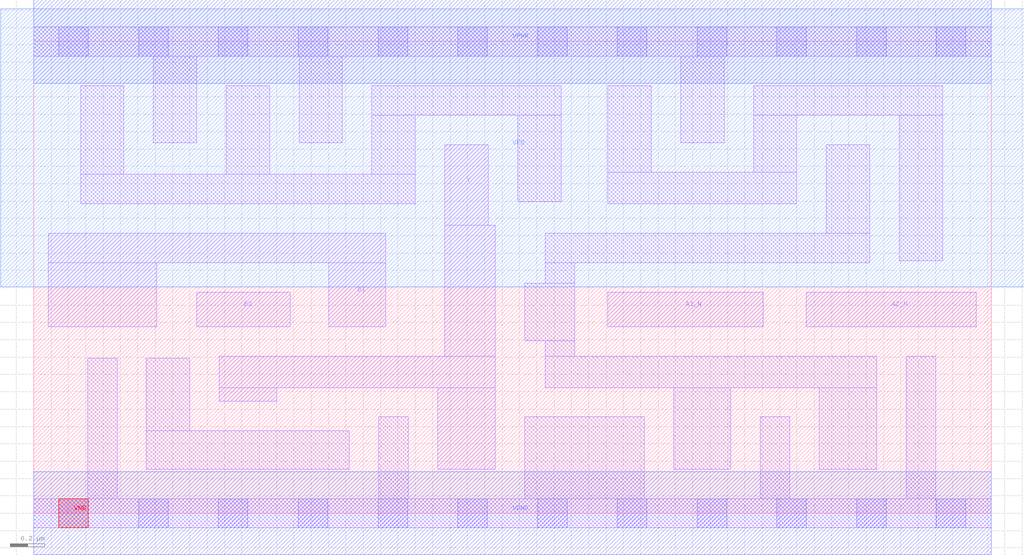
<source format=lef>
# Copyright 2020 The SkyWater PDK Authors
#
# Licensed under the Apache License, Version 2.0 (the "License");
# you may not use this file except in compliance with the License.
# You may obtain a copy of the License at
#
#     https://www.apache.org/licenses/LICENSE-2.0
#
# Unless required by applicable law or agreed to in writing, software
# distributed under the License is distributed on an "AS IS" BASIS,
# WITHOUT WARRANTIES OR CONDITIONS OF ANY KIND, either express or implied.
# See the License for the specific language governing permissions and
# limitations under the License.
#
# SPDX-License-Identifier: Apache-2.0

VERSION 5.7 ;
  NOWIREEXTENSIONATPIN ON ;
  DIVIDERCHAR "/" ;
  BUSBITCHARS "[]" ;
MACRO sky130_fd_sc_hd__a2bb2oi_2
  CLASS CORE ;
  FOREIGN sky130_fd_sc_hd__a2bb2oi_2 ;
  ORIGIN  0.000000  0.000000 ;
  SIZE  5.520000 BY  2.720000 ;
  SYMMETRY X Y R90 ;
  SITE unithd ;
  PIN A1_N
    ANTENNAGATEAREA  0.495000 ;
    DIRECTION INPUT ;
    USE SIGNAL ;
    PORT
      LAYER li1 ;
        RECT 3.310000 1.075000 4.205000 1.275000 ;
    END
  END A1_N
  PIN A2_N
    ANTENNAGATEAREA  0.495000 ;
    DIRECTION INPUT ;
    USE SIGNAL ;
    PORT
      LAYER li1 ;
        RECT 4.455000 1.075000 5.435000 1.275000 ;
    END
  END A2_N
  PIN B1
    ANTENNAGATEAREA  0.495000 ;
    DIRECTION INPUT ;
    USE SIGNAL ;
    PORT
      LAYER li1 ;
        RECT 0.085000 1.075000 0.710000 1.445000 ;
        RECT 0.085000 1.445000 2.030000 1.615000 ;
        RECT 1.700000 1.075000 2.030000 1.445000 ;
    END
  END B1
  PIN B2
    ANTENNAGATEAREA  0.495000 ;
    DIRECTION INPUT ;
    USE SIGNAL ;
    PORT
      LAYER li1 ;
        RECT 0.940000 1.075000 1.480000 1.275000 ;
    END
  END B2
  PIN VNB
    PORT
      LAYER pwell ;
        RECT 0.145000 -0.085000 0.315000 0.085000 ;
    END
  END VNB
  PIN VPB
    PORT
      LAYER nwell ;
        RECT -0.190000 1.305000 5.710000 2.910000 ;
    END
  END VPB
  PIN Y
    ANTENNADIFFAREA  0.621000 ;
    DIRECTION OUTPUT ;
    USE SIGNAL ;
    PORT
      LAYER li1 ;
        RECT 1.070000 0.645000 1.400000 0.725000 ;
        RECT 1.070000 0.725000 2.660000 0.905000 ;
        RECT 2.330000 0.255000 2.660000 0.725000 ;
        RECT 2.370000 0.905000 2.660000 1.660000 ;
        RECT 2.370000 1.660000 2.620000 2.125000 ;
    END
  END Y
  PIN VGND
    DIRECTION INOUT ;
    SHAPE ABUTMENT ;
    USE GROUND ;
    PORT
      LAYER met1 ;
        RECT 0.000000 -0.240000 5.520000 0.240000 ;
    END
  END VGND
  PIN VPWR
    DIRECTION INOUT ;
    SHAPE ABUTMENT ;
    USE POWER ;
    PORT
      LAYER met1 ;
        RECT 0.000000 2.480000 5.520000 2.960000 ;
    END
  END VPWR
  OBS
    LAYER li1 ;
      RECT 0.000000 -0.085000 5.520000 0.085000 ;
      RECT 0.000000  2.635000 5.520000 2.805000 ;
      RECT 0.270000  1.785000 2.200000 1.955000 ;
      RECT 0.270000  1.955000 0.520000 2.465000 ;
      RECT 0.310000  0.085000 0.480000 0.895000 ;
      RECT 0.650000  0.255000 1.820000 0.475000 ;
      RECT 0.650000  0.475000 0.900000 0.895000 ;
      RECT 0.690000  2.135000 0.940000 2.635000 ;
      RECT 1.110000  1.955000 1.360000 2.465000 ;
      RECT 1.530000  2.135000 1.780000 2.635000 ;
      RECT 1.950000  1.955000 2.200000 2.295000 ;
      RECT 1.950000  2.295000 3.040000 2.465000 ;
      RECT 1.990000  0.085000 2.160000 0.555000 ;
      RECT 2.790000  1.795000 3.040000 2.295000 ;
      RECT 2.830000  0.085000 3.520000 0.555000 ;
      RECT 2.830000  0.995000 3.120000 1.325000 ;
      RECT 2.950000  0.725000 4.860000 0.905000 ;
      RECT 2.950000  0.905000 3.120000 0.995000 ;
      RECT 2.950000  1.325000 3.120000 1.445000 ;
      RECT 2.950000  1.445000 4.820000 1.615000 ;
      RECT 3.310000  1.785000 4.400000 1.965000 ;
      RECT 3.310000  1.965000 3.560000 2.465000 ;
      RECT 3.690000  0.255000 4.020000 0.725000 ;
      RECT 3.730000  2.135000 3.980000 2.635000 ;
      RECT 4.150000  1.965000 4.400000 2.295000 ;
      RECT 4.150000  2.295000 5.240000 2.465000 ;
      RECT 4.190000  0.085000 4.360000 0.555000 ;
      RECT 4.530000  0.255000 4.860000 0.725000 ;
      RECT 4.570000  1.615000 4.820000 2.125000 ;
      RECT 4.990000  1.455000 5.240000 2.295000 ;
      RECT 5.030000  0.085000 5.200000 0.905000 ;
    LAYER mcon ;
      RECT 0.145000 -0.085000 0.315000 0.085000 ;
      RECT 0.145000  2.635000 0.315000 2.805000 ;
      RECT 0.605000 -0.085000 0.775000 0.085000 ;
      RECT 0.605000  2.635000 0.775000 2.805000 ;
      RECT 1.065000 -0.085000 1.235000 0.085000 ;
      RECT 1.065000  2.635000 1.235000 2.805000 ;
      RECT 1.525000 -0.085000 1.695000 0.085000 ;
      RECT 1.525000  2.635000 1.695000 2.805000 ;
      RECT 1.985000 -0.085000 2.155000 0.085000 ;
      RECT 1.985000  2.635000 2.155000 2.805000 ;
      RECT 2.445000 -0.085000 2.615000 0.085000 ;
      RECT 2.445000  2.635000 2.615000 2.805000 ;
      RECT 2.905000 -0.085000 3.075000 0.085000 ;
      RECT 2.905000  2.635000 3.075000 2.805000 ;
      RECT 3.365000 -0.085000 3.535000 0.085000 ;
      RECT 3.365000  2.635000 3.535000 2.805000 ;
      RECT 3.825000 -0.085000 3.995000 0.085000 ;
      RECT 3.825000  2.635000 3.995000 2.805000 ;
      RECT 4.285000 -0.085000 4.455000 0.085000 ;
      RECT 4.285000  2.635000 4.455000 2.805000 ;
      RECT 4.745000 -0.085000 4.915000 0.085000 ;
      RECT 4.745000  2.635000 4.915000 2.805000 ;
      RECT 5.205000 -0.085000 5.375000 0.085000 ;
      RECT 5.205000  2.635000 5.375000 2.805000 ;
  END
END sky130_fd_sc_hd__a2bb2oi_2
END LIBRARY

</source>
